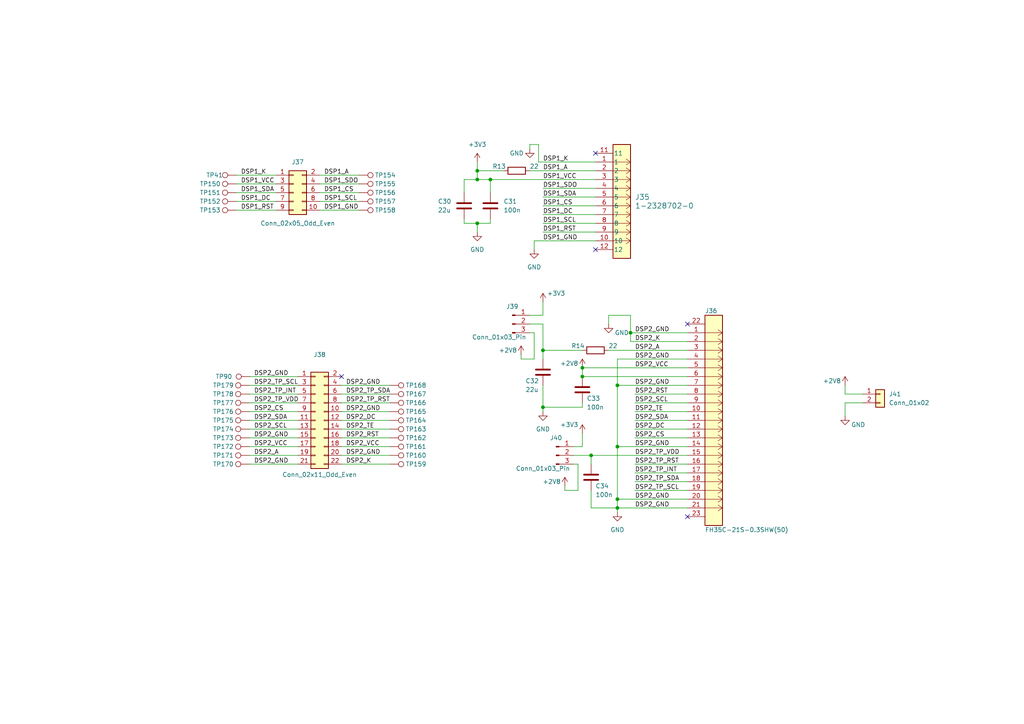
<source format=kicad_sch>
(kicad_sch (version 20231120) (generator "eeschema") (generator_version "8.0")
  (paper "A4")
  (title_block (title "Pantallas") (date "2024-07-18") (rev "Final"))
  (lib_symbols
    (symbol "1-2328702-0:1-2328702-0" (pin_names (offset 0.254))
      (property "Reference" "J" (at 6.35 6.35 0))
      (property "Value" "1-2328702-0" (at 8.89 -29.21 0))
      (symbol "1-2328702-0_0_1"
        (rectangle (start 5.08 5.08) (end 10.16 -27.94) (stroke (width 0.254)) (fill (type background)))
      )
      (symbol "1-2328702-0_1_1"
        (polyline (pts (xy 10.16 -22.86) (xy 5.08 -22.86)) (stroke (width 0.127)))
        (polyline (pts (xy 10.16 -22.86) (xy 8.89 -23.7067)) (stroke (width 0.127)))
        (polyline (pts (xy 10.16 -22.86) (xy 8.89 -22.0133)) (stroke (width 0.127)))
        (polyline (pts (xy 10.16 -20.32) (xy 5.08 -20.32)) (stroke (width 0.127)))
        (polyline (pts (xy 10.16 -20.32) (xy 8.89 -21.1667)) (stroke (width 0.127)))
        (polyline (pts (xy 10.16 -20.32) (xy 8.89 -19.4733)) (stroke (width 0.127)))
        (polyline (pts (xy 10.16 -17.78) (xy 5.08 -17.78)) (stroke (width 0.127)))
        (polyline (pts (xy 10.16 -17.78) (xy 8.89 -18.6267)) (stroke (width 0.127)))
        (polyline (pts (xy 10.16 -17.78) (xy 8.89 -16.9333)) (stroke (width 0.127)))
        (polyline (pts (xy 10.16 -15.24) (xy 5.08 -15.24)) (stroke (width 0.127)))
        (polyline (pts (xy 10.16 -15.24) (xy 8.89 -16.0867)) (stroke (width 0.127)))
        (polyline (pts (xy 10.16 -15.24) (xy 8.89 -14.3933)) (stroke (width 0.127)))
        (polyline (pts (xy 10.16 -12.7) (xy 5.08 -12.7)) (stroke (width 0.127)))
        (polyline (pts (xy 10.16 -12.7) (xy 8.89 -13.5467)) (stroke (width 0.127)))
        (polyline (pts (xy 10.16 -12.7) (xy 8.89 -11.8533)) (stroke (width 0.127)))
        (polyline (pts (xy 10.16 -10.16) (xy 5.08 -10.16)) (stroke (width 0.127)))
        (polyline (pts (xy 10.16 -10.16) (xy 8.89 -11.0067)) (stroke (width 0.127)))
        (polyline (pts (xy 10.16 -10.16) (xy 8.89 -9.3133)) (stroke (width 0.127)))
        (polyline (pts (xy 10.16 -7.62) (xy 5.08 -7.62)) (stroke (width 0.127)))
        (polyline (pts (xy 10.16 -7.62) (xy 8.89 -8.4667)) (stroke (width 0.127)))
        (polyline (pts (xy 10.16 -7.62) (xy 8.89 -6.7733)) (stroke (width 0.127)))
        (polyline (pts (xy 10.16 -5.08) (xy 5.08 -5.08)) (stroke (width 0.127)))
        (polyline (pts (xy 10.16 -5.08) (xy 8.89 -5.9267)) (stroke (width 0.127)))
        (polyline (pts (xy 10.16 -5.08) (xy 8.89 -4.2333)) (stroke (width 0.127)))
        (polyline (pts (xy 10.16 -2.54) (xy 5.08 -2.54)) (stroke (width 0.127)))
        (polyline (pts (xy 10.16 -2.54) (xy 8.89 -3.3867)) (stroke (width 0.127)))
        (polyline (pts (xy 10.16 -2.54) (xy 8.89 -1.6933)) (stroke (width 0.127)))
        (polyline (pts (xy 10.16 0) (xy 5.08 0)) (stroke (width 0.127)))
        (polyline (pts (xy 10.16 0) (xy 8.89 -0.8467)) (stroke (width 0.127)))
        (polyline (pts (xy 10.16 0) (xy 8.89 0.8467)) (stroke (width 0.127)))
        (pin unspecified line (at 0 0 0) (length 5.08) (name "1") (number "1"))
        (pin unspecified line (at 0 -22.86 0) (length 5.08) (name "10") (number "10"))
        (pin unspecified line (at 0 2.54 0) (length 5.08) (name "11") (number "11"))
        (pin unspecified line (at 0 -25.4 0) (length 5.08) (name "12") (number "12"))
        (pin unspecified line (at 0 -2.54 0) (length 5.08) (name "2") (number "2"))
        (pin unspecified line (at 0 -5.08 0) (length 5.08) (name "3") (number "3"))
        (pin unspecified line (at 0 -7.62 0) (length 5.08) (name "4") (number "4"))
        (pin unspecified line (at 0 -10.16 0) (length 5.08) (name "5") (number "5"))
        (pin unspecified line (at 0 -12.7 0) (length 5.08) (name "6") (number "6"))
        (pin unspecified line (at 0 -15.24 0) (length 5.08) (name "7") (number "7"))
        (pin unspecified line (at 0 -17.78 0) (length 5.08) (name "8") (number "8"))
        (pin unspecified line (at 0 -20.32 0) (length 5.08) (name "9") (number "9"))
      )
      (symbol "1-2328702-0_1_2"
        (polyline (pts (xy 5.08 -25.4) (xy 12.7 -25.4)) (stroke (width 0.127)))
        (polyline (pts (xy 5.08 2.54) (xy 5.08 -25.4)) (stroke (width 0.127)))
        (polyline (pts (xy 7.62 -22.86) (xy 5.08 -22.86)) (stroke (width 0.127)))
        (polyline (pts (xy 7.62 -22.86) (xy 8.89 -23.7067)) (stroke (width 0.127)))
        (polyline (pts (xy 7.62 -22.86) (xy 8.89 -22.0133)) (stroke (width 0.127)))
        (polyline (pts (xy 7.62 -20.32) (xy 5.08 -20.32)) (stroke (width 0.127)))
        (polyline (pts (xy 7.62 -20.32) (xy 8.89 -21.1667)) (stroke (width 0.127)))
        (polyline (pts (xy 7.62 -20.32) (xy 8.89 -19.4733)) (stroke (width 0.127)))
        (polyline (pts (xy 7.62 -17.78) (xy 5.08 -17.78)) (stroke (width 0.127)))
        (polyline (pts (xy 7.62 -17.78) (xy 8.89 -18.6267)) (stroke (width 0.127)))
        (polyline (pts (xy 7.62 -17.78) (xy 8.89 -16.9333)) (stroke (width 0.127)))
        (polyline (pts (xy 7.62 -15.24) (xy 5.08 -15.24)) (stroke (width 0.127)))
        (polyline (pts (xy 7.62 -15.24) (xy 8.89 -16.0867)) (stroke (width 0.127)))
        (polyline (pts (xy 7.62 -15.24) (xy 8.89 -14.3933)) (stroke (width 0.127)))
        (polyline (pts (xy 7.62 -12.7) (xy 5.08 -12.7)) (stroke (width 0.127)))
        (polyline (pts (xy 7.62 -12.7) (xy 8.89 -13.5467)) (stroke (width 0.127)))
        (polyline (pts (xy 7.62 -12.7) (xy 8.89 -11.8533)) (stroke (width 0.127)))
        (polyline (pts (xy 7.62 -10.16) (xy 5.08 -10.16)) (stroke (width 0.127)))
        (polyline (pts (xy 7.62 -10.16) (xy 8.89 -11.0067)) (stroke (width 0.127)))
        (polyline (pts (xy 7.62 -10.16) (xy 8.89 -9.3133)) (stroke (width 0.127)))
        (polyline (pts (xy 7.62 -7.62) (xy 5.08 -7.62)) (stroke (width 0.127)))
        (polyline (pts (xy 7.62 -7.62) (xy 8.89 -8.4667)) (stroke (width 0.127)))
        (polyline (pts (xy 7.62 -7.62) (xy 8.89 -6.7733)) (stroke (width 0.127)))
        (polyline (pts (xy 7.62 -5.08) (xy 5.08 -5.08)) (stroke (width 0.127)))
        (polyline (pts (xy 7.62 -5.08) (xy 8.89 -5.9267)) (stroke (width 0.127)))
        (polyline (pts (xy 7.62 -5.08) (xy 8.89 -4.2333)) (stroke (width 0.127)))
        (polyline (pts (xy 7.62 -2.54) (xy 5.08 -2.54)) (stroke (width 0.127)))
        (polyline (pts (xy 7.62 -2.54) (xy 8.89 -3.3867)) (stroke (width 0.127)))
        (polyline (pts (xy 7.62 -2.54) (xy 8.89 -1.6933)) (stroke (width 0.127)))
        (polyline (pts (xy 7.62 0) (xy 5.08 0)) (stroke (width 0.127)))
        (polyline (pts (xy 7.62 0) (xy 8.89 -0.8467)) (stroke (width 0.127)))
        (polyline (pts (xy 7.62 0) (xy 8.89 0.8467)) (stroke (width 0.127)))
        (polyline (pts (xy 12.7 -25.4) (xy 12.7 2.54)) (stroke (width 0.127)))
        (polyline (pts (xy 12.7 2.54) (xy 5.08 2.54)) (stroke (width 0.127)))
        (pin unspecified line (at 0 0 0) (length 5.08) (name "1") (number "1"))
        (pin unspecified line (at 0 -22.86 0) (length 5.08) (name "10") (number "10"))
        (pin unspecified line (at 0 -2.54 0) (length 5.08) (name "2") (number "2"))
        (pin unspecified line (at 0 -5.08 0) (length 5.08) (name "3") (number "3"))
        (pin unspecified line (at 0 -7.62 0) (length 5.08) (name "4") (number "4"))
        (pin unspecified line (at 0 -10.16 0) (length 5.08) (name "5") (number "5"))
        (pin unspecified line (at 0 -12.7 0) (length 5.08) (name "6") (number "6"))
        (pin unspecified line (at 0 -15.24 0) (length 5.08) (name "7") (number "7"))
        (pin unspecified line (at 0 -17.78 0) (length 5.08) (name "8") (number "8"))
        (pin unspecified line (at 0 -20.32 0) (length 5.08) (name "9") (number "9"))
      )
    )
    (symbol "Connector:Conn_01x03_Pin" (pin_names (offset 1.016) hide)
      (property "Reference" "J" (at 0 5.08 0))
      (property "Value" "Conn_01x03_Pin" (at 0 -5.08 0))
      (symbol "Conn_01x03_Pin_1_1"
        (polyline (pts (xy 1.27 -2.54) (xy 0.8636 -2.54)) (stroke (width 0.1524)))
        (polyline (pts (xy 1.27 0) (xy 0.8636 0)) (stroke (width 0.1524)))
        (polyline (pts (xy 1.27 2.54) (xy 0.8636 2.54)) (stroke (width 0.1524)))
        (rectangle (start 0.8636 -2.413) (end 0 -2.667) (stroke (width 0.1524)) (fill (type outline)))
        (rectangle (start 0.8636 0.127) (end 0 -0.127) (stroke (width 0.1524)) (fill (type outline)))
        (rectangle (start 0.8636 2.667) (end 0 2.413) (stroke (width 0.1524)) (fill (type outline)))
        (pin passive line (at 5.08 2.54 180) (length 3.81) (name "Pin_1") (number "1"))
        (pin passive line (at 5.08 0 180) (length 3.81) (name "Pin_2") (number "2"))
        (pin passive line (at 5.08 -2.54 180) (length 3.81) (name "Pin_3") (number "3"))
      )
    )
    (symbol "Connector:TestPoint" (pin_numbers hide) (pin_names (offset 0.762) hide)
      (property "Reference" "TP" (at 0 6.858 0))
      (property "Value" "TestPoint" (at 0 5.08 0))
      (symbol "TestPoint_0_1"
        (circle (center 0 3.302) (radius 0.762))
      )
      (symbol "TestPoint_1_1"
        (pin passive line (at 0 0 90) (length 2.54) (name "1") (number "1"))
      )
    )
    (symbol "Connector_Generic:Conn_01x02" (pin_names (offset 1.016) hide)
      (property "Reference" "J" (at 0 2.54 0))
      (property "Value" "Conn_01x02" (at 0 -5.08 0))
      (symbol "Conn_01x02_1_1"
        (rectangle (start -1.27 -2.413) (end 0 -2.667) (stroke (width 0.1524)))
        (rectangle (start -1.27 0.127) (end 0 -0.127) (stroke (width 0.1524)))
        (rectangle (start -1.27 1.27) (end 1.27 -3.81) (stroke (width 0.254)) (fill (type background)))
        (pin passive line (at -5.08 0 0) (length 3.81) (name "Pin_1") (number "1"))
        (pin passive line (at -5.08 -2.54 0) (length 3.81) (name "Pin_2") (number "2"))
      )
    )
    (symbol "Connector_Generic:Conn_02x05_Odd_Even" (pin_names (offset 1.016) hide)
      (property "Reference" "J" (at 1.27 7.62 0))
      (property "Value" "Conn_02x05_Odd_Even" (at 1.27 -7.62 0))
      (symbol "Conn_02x05_Odd_Even_1_1"
        (rectangle (start -1.27 -4.953) (end 0 -5.207) (stroke (width 0.1524)))
        (rectangle (start -1.27 -2.413) (end 0 -2.667) (stroke (width 0.1524)))
        (rectangle (start -1.27 0.127) (end 0 -0.127) (stroke (width 0.1524)))
        (rectangle (start -1.27 2.667) (end 0 2.413) (stroke (width 0.1524)))
        (rectangle (start -1.27 5.207) (end 0 4.953) (stroke (width 0.1524)))
        (rectangle (start -1.27 6.35) (end 3.81 -6.35) (stroke (width 0.254)) (fill (type background)))
        (rectangle (start 3.81 -4.953) (end 2.54 -5.207) (stroke (width 0.1524)))
        (rectangle (start 3.81 -2.413) (end 2.54 -2.667) (stroke (width 0.1524)))
        (rectangle (start 3.81 0.127) (end 2.54 -0.127) (stroke (width 0.1524)))
        (rectangle (start 3.81 2.667) (end 2.54 2.413) (stroke (width 0.1524)))
        (rectangle (start 3.81 5.207) (end 2.54 4.953) (stroke (width 0.1524)))
        (pin passive line (at -5.08 5.08 0) (length 3.81) (name "Pin_1") (number "1"))
        (pin passive line (at 7.62 -5.08 180) (length 3.81) (name "Pin_10") (number "10"))
        (pin passive line (at 7.62 5.08 180) (length 3.81) (name "Pin_2") (number "2"))
        (pin passive line (at -5.08 2.54 0) (length 3.81) (name "Pin_3") (number "3"))
        (pin passive line (at 7.62 2.54 180) (length 3.81) (name "Pin_4") (number "4"))
        (pin passive line (at -5.08 0 0) (length 3.81) (name "Pin_5") (number "5"))
        (pin passive line (at 7.62 0 180) (length 3.81) (name "Pin_6") (number "6"))
        (pin passive line (at -5.08 -2.54 0) (length 3.81) (name "Pin_7") (number "7"))
        (pin passive line (at 7.62 -2.54 180) (length 3.81) (name "Pin_8") (number "8"))
        (pin passive line (at -5.08 -5.08 0) (length 3.81) (name "Pin_9") (number "9"))
      )
    )
    (symbol "Connector_Generic:Conn_02x11_Odd_Even" (pin_names (offset 1.016) hide)
      (property "Reference" "J" (at 1.27 15.24 0))
      (property "Value" "Conn_02x11_Odd_Even" (at 1.27 -15.24 0))
      (symbol "Conn_02x11_Odd_Even_1_1"
        (rectangle (start -1.27 -12.573) (end 0 -12.827) (stroke (width 0.1524)))
        (rectangle (start -1.27 -10.033) (end 0 -10.287) (stroke (width 0.1524)))
        (rectangle (start -1.27 -7.493) (end 0 -7.747) (stroke (width 0.1524)))
        (rectangle (start -1.27 -4.953) (end 0 -5.207) (stroke (width 0.1524)))
        (rectangle (start -1.27 -2.413) (end 0 -2.667) (stroke (width 0.1524)))
        (rectangle (start -1.27 0.127) (end 0 -0.127) (stroke (width 0.1524)))
        (rectangle (start -1.27 2.667) (end 0 2.413) (stroke (width 0.1524)))
        (rectangle (start -1.27 5.207) (end 0 4.953) (stroke (width 0.1524)))
        (rectangle (start -1.27 7.747) (end 0 7.493) (stroke (width 0.1524)))
        (rectangle (start -1.27 10.287) (end 0 10.033) (stroke (width 0.1524)))
        (rectangle (start -1.27 12.827) (end 0 12.573) (stroke (width 0.1524)))
        (rectangle (start -1.27 13.97) (end 3.81 -13.97) (stroke (width 0.254)) (fill (type background)))
        (rectangle (start 3.81 -12.573) (end 2.54 -12.827) (stroke (width 0.1524)))
        (rectangle (start 3.81 -10.033) (end 2.54 -10.287) (stroke (width 0.1524)))
        (rectangle (start 3.81 -7.493) (end 2.54 -7.747) (stroke (width 0.1524)))
        (rectangle (start 3.81 -4.953) (end 2.54 -5.207) (stroke (width 0.1524)))
        (rectangle (start 3.81 -2.413) (end 2.54 -2.667) (stroke (width 0.1524)))
        (rectangle (start 3.81 0.127) (end 2.54 -0.127) (stroke (width 0.1524)))
        (rectangle (start 3.81 2.667) (end 2.54 2.413) (stroke (width 0.1524)))
        (rectangle (start 3.81 5.207) (end 2.54 4.953) (stroke (width 0.1524)))
        (rectangle (start 3.81 7.747) (end 2.54 7.493) (stroke (width 0.1524)))
        (rectangle (start 3.81 10.287) (end 2.54 10.033) (stroke (width 0.1524)))
        (rectangle (start 3.81 12.827) (end 2.54 12.573) (stroke (width 0.1524)))
        (pin passive line (at -5.08 12.7 0) (length 3.81) (name "Pin_1") (number "1"))
        (pin passive line (at 7.62 2.54 180) (length 3.81) (name "Pin_10") (number "10"))
        (pin passive line (at -5.08 0 0) (length 3.81) (name "Pin_11") (number "11"))
        (pin passive line (at 7.62 0 180) (length 3.81) (name "Pin_12") (number "12"))
        (pin passive line (at -5.08 -2.54 0) (length 3.81) (name "Pin_13") (number "13"))
        (pin passive line (at 7.62 -2.54 180) (length 3.81) (name "Pin_14") (number "14"))
        (pin passive line (at -5.08 -5.08 0) (length 3.81) (name "Pin_15") (number "15"))
        (pin passive line (at 7.62 -5.08 180) (length 3.81) (name "Pin_16") (number "16"))
        (pin passive line (at -5.08 -7.62 0) (length 3.81) (name "Pin_17") (number "17"))
        (pin passive line (at 7.62 -7.62 180) (length 3.81) (name "Pin_18") (number "18"))
        (pin passive line (at -5.08 -10.16 0) (length 3.81) (name "Pin_19") (number "19"))
        (pin passive line (at 7.62 12.7 180) (length 3.81) (name "Pin_2") (number "2"))
        (pin passive line (at 7.62 -10.16 180) (length 3.81) (name "Pin_20") (number "20"))
        (pin passive line (at -5.08 -12.7 0) (length 3.81) (name "Pin_21") (number "21"))
        (pin passive line (at 7.62 -12.7 180) (length 3.81) (name "Pin_22") (number "22"))
        (pin passive line (at -5.08 10.16 0) (length 3.81) (name "Pin_3") (number "3"))
        (pin passive line (at 7.62 10.16 180) (length 3.81) (name "Pin_4") (number "4"))
        (pin passive line (at -5.08 7.62 0) (length 3.81) (name "Pin_5") (number "5"))
        (pin passive line (at 7.62 7.62 180) (length 3.81) (name "Pin_6") (number "6"))
        (pin passive line (at -5.08 5.08 0) (length 3.81) (name "Pin_7") (number "7"))
        (pin passive line (at 7.62 5.08 180) (length 3.81) (name "Pin_8") (number "8"))
        (pin passive line (at -5.08 2.54 0) (length 3.81) (name "Pin_9") (number "9"))
      )
    )
    (symbol "Device:C" (pin_numbers hide) (pin_names (offset 0.254))
      (property "Reference" "C" (at 0.635 2.54 0))
      (property "Value" "C" (at 0.635 -2.54 0))
      (symbol "C_0_1"
        (polyline (pts (xy -2.032 -0.762) (xy 2.032 -0.762)) (stroke (width 0.508)))
        (polyline (pts (xy -2.032 0.762) (xy 2.032 0.762)) (stroke (width 0.508)))
      )
      (symbol "C_1_1"
        (pin passive line (at 0 3.81 270) (length 2.794) (name "~") (number "1"))
        (pin passive line (at 0 -3.81 90) (length 2.794) (name "~") (number "2"))
      )
    )
    (symbol "Device:R" (pin_numbers hide) (pin_names (offset 0))
      (property "Reference" "R" (at 2.032 0 90))
      (property "Value" "R" (at 0 0 90))
      (symbol "R_0_1"
        (rectangle (start -1.016 -2.54) (end 1.016 2.54) (stroke (width 0.254)))
      )
      (symbol "R_1_1"
        (pin passive line (at 0 3.81 270) (length 1.27) (name "~") (number "1"))
        (pin passive line (at 0 -3.81 90) (length 1.27) (name "~") (number "2"))
      )
    )
    (symbol "TFG:FH35C-21S-0.3SHW"
      (property "Reference" "J" (at 0 1.27 0))
      (property "Value" "FH35C-21S-0.3SHW(50)" (at 0 -62.23 0))
      (symbol "FH35C-21S-0.3SHW_0_1"
        (rectangle (start 0 0) (end 5.08 -60.96) (stroke (width 0.254)) (fill (type background)))
      )
      (symbol "FH35C-21S-0.3SHW_1_1"
        (polyline (pts (xy 5.08 -55.88) (xy 0 -55.88)) (stroke (width 0.127)))
        (polyline (pts (xy 5.08 -55.88) (xy 3.81 -56.7267)) (stroke (width 0.127)))
        (polyline (pts (xy 5.08 -55.88) (xy 3.81 -55.0333)) (stroke (width 0.127)))
        (polyline (pts (xy 5.08 -53.34) (xy 0 -53.34)) (stroke (width 0.127)))
        (polyline (pts (xy 5.08 -53.34) (xy 3.81 -54.1867)) (stroke (width 0.127)))
        (polyline (pts (xy 5.08 -53.34) (xy 3.81 -52.4933)) (stroke (width 0.127)))
        (polyline (pts (xy 5.08 -50.8) (xy 0 -50.8)) (stroke (width 0.127)))
        (polyline (pts (xy 5.08 -50.8) (xy 3.81 -51.6467)) (stroke (width 0.127)))
        (polyline (pts (xy 5.08 -50.8) (xy 3.81 -49.9533)) (stroke (width 0.127)))
        (polyline (pts (xy 5.08 -48.26) (xy 0 -48.26)) (stroke (width 0.127)))
        (polyline (pts (xy 5.08 -48.26) (xy 3.81 -49.1067)) (stroke (width 0.127)))
        (polyline (pts (xy 5.08 -48.26) (xy 3.81 -47.4133)) (stroke (width 0.127)))
        (polyline (pts (xy 5.08 -45.72) (xy 0 -45.72)) (stroke (width 0.127)))
        (polyline (pts (xy 5.08 -45.72) (xy 3.81 -46.5667)) (stroke (width 0.127)))
        (polyline (pts (xy 5.08 -45.72) (xy 3.81 -44.8733)) (stroke (width 0.127)))
        (polyline (pts (xy 5.08 -43.18) (xy 0 -43.18)) (stroke (width 0.127)))
        (polyline (pts (xy 5.08 -43.18) (xy 3.81 -44.0267)) (stroke (width 0.127)))
        (polyline (pts (xy 5.08 -43.18) (xy 3.81 -42.3333)) (stroke (width 0.127)))
        (polyline (pts (xy 5.08 -40.64) (xy 0 -40.64)) (stroke (width 0.127)))
        (polyline (pts (xy 5.08 -40.64) (xy 3.81 -41.4867)) (stroke (width 0.127)))
        (polyline (pts (xy 5.08 -40.64) (xy 3.81 -39.7933)) (stroke (width 0.127)))
        (polyline (pts (xy 5.08 -38.1) (xy 0 -38.1)) (stroke (width 0.127)))
        (polyline (pts (xy 5.08 -38.1) (xy 3.81 -38.9467)) (stroke (width 0.127)))
        (polyline (pts (xy 5.08 -38.1) (xy 3.81 -37.2533)) (stroke (width 0.127)))
        (polyline (pts (xy 5.08 -35.56) (xy 0 -35.56)) (stroke (width 0.127)))
        (polyline (pts (xy 5.08 -35.56) (xy 3.81 -36.4067)) (stroke (width 0.127)))
        (polyline (pts (xy 5.08 -35.56) (xy 3.81 -34.7133)) (stroke (width 0.127)))
        (polyline (pts (xy 5.08 -33.02) (xy 0 -33.02)) (stroke (width 0.127)))
        (polyline (pts (xy 5.08 -33.02) (xy 3.81 -33.8667)) (stroke (width 0.127)))
        (polyline (pts (xy 5.08 -33.02) (xy 3.81 -32.1733)) (stroke (width 0.127)))
        (polyline (pts (xy 5.08 -30.48) (xy 0 -30.48)) (stroke (width 0.127)))
        (polyline (pts (xy 5.08 -30.48) (xy 3.81 -31.3267)) (stroke (width 0.127)))
        (polyline (pts (xy 5.08 -30.48) (xy 3.81 -29.6333)) (stroke (width 0.127)))
        (polyline (pts (xy 5.08 -27.94) (xy 0 -27.94)) (stroke (width 0.127)))
        (polyline (pts (xy 5.08 -27.94) (xy 3.81 -28.7867)) (stroke (width 0.127)))
        (polyline (pts (xy 5.08 -27.94) (xy 3.81 -27.0933)) (stroke (width 0.127)))
        (polyline (pts (xy 5.08 -25.4) (xy 0 -25.4)) (stroke (width 0.127)))
        (polyline (pts (xy 5.08 -25.4) (xy 3.81 -26.2467)) (stroke (width 0.127)))
        (polyline (pts (xy 5.08 -25.4) (xy 3.81 -24.5533)) (stroke (width 0.127)))
        (polyline (pts (xy 5.08 -22.86) (xy 0 -22.86)) (stroke (width 0.127)))
        (polyline (pts (xy 5.08 -22.86) (xy 3.81 -23.7067)) (stroke (width 0.127)))
        (polyline (pts (xy 5.08 -22.86) (xy 3.81 -22.0133)) (stroke (width 0.127)))
        (polyline (pts (xy 5.08 -20.32) (xy 0 -20.32)) (stroke (width 0.127)))
        (polyline (pts (xy 5.08 -20.32) (xy 3.81 -21.1667)) (stroke (width 0.127)))
        (polyline (pts (xy 5.08 -20.32) (xy 3.81 -19.4733)) (stroke (width 0.127)))
        (polyline (pts (xy 5.08 -17.78) (xy 0 -17.78)) (stroke (width 0.127)))
        (polyline (pts (xy 5.08 -17.78) (xy 3.81 -18.6267)) (stroke (width 0.127)))
        (polyline (pts (xy 5.08 -17.78) (xy 3.81 -16.9333)) (stroke (width 0.127)))
        (polyline (pts (xy 5.08 -15.24) (xy 0 -15.24)) (stroke (width 0.127)))
        (polyline (pts (xy 5.08 -15.24) (xy 3.81 -16.0867)) (stroke (width 0.127)))
        (polyline (pts (xy 5.08 -15.24) (xy 3.81 -14.3933)) (stroke (width 0.127)))
        (polyline (pts (xy 5.08 -12.7) (xy 0 -12.7)) (stroke (width 0.127)))
        (polyline (pts (xy 5.08 -12.7) (xy 3.81 -13.5467)) (stroke (width 0.127)))
        (polyline (pts (xy 5.08 -12.7) (xy 3.81 -11.8533)) (stroke (width 0.127)))
        (polyline (pts (xy 5.08 -10.16) (xy 0 -10.16)) (stroke (width 0.127)))
        (polyline (pts (xy 5.08 -10.16) (xy 3.81 -11.0067)) (stroke (width 0.127)))
        (polyline (pts (xy 5.08 -10.16) (xy 3.81 -9.3133)) (stroke (width 0.127)))
        (polyline (pts (xy 5.08 -7.62) (xy 0 -7.62)) (stroke (width 0.127)))
        (polyline (pts (xy 5.08 -7.62) (xy 3.81 -8.4667)) (stroke (width 0.127)))
        (polyline (pts (xy 5.08 -7.62) (xy 3.81 -6.7733)) (stroke (width 0.127)))
        (polyline (pts (xy 5.08 -5.08) (xy 0 -5.08)) (stroke (width 0.127)))
        (polyline (pts (xy 5.08 -5.08) (xy 3.81 -5.9267)) (stroke (width 0.127)))
        (polyline (pts (xy 5.08 -5.08) (xy 3.81 -4.2333)) (stroke (width 0.127)))
        (pin unspecified line (at -5.08 -5.08 0) (length 5.08) (name "") (number "1"))
        (pin unspecified line (at -5.08 -27.94 0) (length 5.08) (name "") (number "10"))
        (pin unspecified line (at -5.08 -30.48 0) (length 5.08) (name "") (number "11"))
        (pin unspecified line (at -5.08 -33.02 0) (length 5.08) (name "") (number "12"))
        (pin unspecified line (at -5.08 -35.56 0) (length 5.08) (name "") (number "13"))
        (pin unspecified line (at -5.08 -38.1 0) (length 5.08) (name "") (number "14"))
        (pin unspecified line (at -5.08 -40.64 0) (length 5.08) (name "") (number "15"))
        (pin unspecified line (at -5.08 -43.18 0) (length 5.08) (name "") (number "16"))
        (pin unspecified line (at -5.08 -45.72 0) (length 5.08) (name "") (number "17"))
        (pin unspecified line (at -5.08 -48.26 0) (length 5.08) (name "") (number "18"))
        (pin unspecified line (at -5.08 -50.8 0) (length 5.08) (name "") (number "19"))
        (pin unspecified line (at -5.08 -7.62 0) (length 5.08) (name "") (number "2"))
        (pin unspecified line (at -5.08 -53.34 0) (length 5.08) (name "") (number "20"))
        (pin unspecified line (at -5.08 -55.88 0) (length 5.08) (name "") (number "21"))
        (pin unspecified line (at -5.08 -2.54 0) (length 5.08) (name "") (number "22"))
        (pin unspecified line (at -5.08 -58.42 0) (length 5.08) (name "") (number "23"))
        (pin unspecified line (at -5.08 -10.16 0) (length 5.08) (name "") (number "3"))
        (pin unspecified line (at -5.08 -12.7 0) (length 5.08) (name "") (number "4"))
        (pin unspecified line (at -5.08 -15.24 0) (length 5.08) (name "") (number "5"))
        (pin unspecified line (at -5.08 -17.78 0) (length 5.08) (name "") (number "6"))
        (pin unspecified line (at -5.08 -20.32 0) (length 5.08) (name "") (number "7"))
        (pin unspecified line (at -5.08 -22.86 0) (length 5.08) (name "") (number "8"))
        (pin unspecified line (at -5.08 -25.4 0) (length 5.08) (name "") (number "9"))
      )
    )
    (symbol "power:+2V8" (power) (pin_names (offset 0))
      (property "Value" "+2V8" (at 0 3.556 0))
      (symbol "+2V8_0_1"
        (polyline (pts (xy -0.762 1.27) (xy 0 2.54)))
        (polyline (pts (xy 0 0) (xy 0 2.54)))
        (polyline (pts (xy 0 2.54) (xy 0.762 1.27)))
      )
      (symbol "+2V8_1_1"
        (pin power_in line (at 0 0 90) (length 0) hide (name "+2V8") (number "1"))
      )
    )
    (symbol "power:+3V3" (power) (pin_names (offset 0))
      (property "Value" "+3V3" (at 0 3.556 0))
      (symbol "+3V3_0_1"
        (polyline (pts (xy -0.762 1.27) (xy 0 2.54)))
        (polyline (pts (xy 0 0) (xy 0 2.54)))
        (polyline (pts (xy 0 2.54) (xy 0.762 1.27)))
      )
      (symbol "+3V3_1_1"
        (pin power_in line (at 0 0 90) (length 0) hide (name "+3V3") (number "1"))
      )
    )
    (symbol "power:GND" (power) (pin_names (offset 0))
      (property "Value" "GND" (at 0 -3.81 0))
      (symbol "GND_0_1"
        (polyline (pts (xy 0 0) (xy 0 -1.27) (xy 1.27 -1.27) (xy 0 -2.54) (xy -1.27 -1.27) (xy 0 -1.27)))
      )
      (symbol "GND_1_1"
        (pin power_in line (at 0 0 270) (length 0) hide (name "GND") (number "1"))
      )
    )
  )
  (junction (at 168.91 109.22))
  (junction (at 179.07 144.78))
  (junction (at 138.43 52.07))
  (junction (at 142.24 52.07))
  (junction (at 179.07 111.76))
  (junction (at 179.07 129.54))
  (junction (at 171.45 132.08))
  (junction (at 168.91 106.68))
  (junction (at 157.48 101.6))
  (junction (at 182.88 96.52))
  (junction (at 179.07 147.32))
  (junction (at 157.48 118.11))
  (junction (at 138.43 64.77))
  (junction (at 138.43 49.53))
  (no_connect (at 99.06 109.22))
  (no_connect (at 172.72 44.45))
  (no_connect (at 199.39 149.86))
  (no_connect (at 199.39 93.98))
  (no_connect (at 172.72 72.39))
  (wire (pts (xy 157.48 104.14) (xy 157.48 101.6)))
  (wire (pts (xy 176.53 101.6) (xy 199.39 101.6)))
  (wire (pts (xy 142.24 64.77) (xy 142.24 63.5)))
  (wire (pts (xy 166.37 129.54) (xy 168.91 129.54)))
  (wire (pts (xy 157.48 101.6) (xy 168.91 101.6)))
  (wire (pts (xy 184.15 121.92) (xy 199.39 121.92)))
  (wire (pts (xy 134.62 64.77) (xy 138.43 64.77)))
  (wire (pts (xy 113.03 127) (xy 99.06 127)))
  (wire (pts (xy 138.43 46.99) (xy 138.43 49.53)))
  (wire (pts (xy 184.15 142.24) (xy 199.39 142.24)))
  (wire (pts (xy 134.62 63.5) (xy 134.62 64.77)))
  (wire (pts (xy 245.11 114.3) (xy 250.19 114.3)))
  (wire (pts (xy 113.03 116.84) (xy 99.06 116.84)))
  (wire (pts (xy 156.21 46.99) (xy 156.21 41.91)))
  (wire (pts (xy 154.94 69.85) (xy 154.94 72.39)))
  (wire (pts (xy 151.13 104.14) (xy 154.94 104.14)))
  (wire (pts (xy 179.07 147.32) (xy 199.39 147.32)))
  (wire (pts (xy 92.71 60.96) (xy 104.14 60.96)))
  (wire (pts (xy 179.07 144.78) (xy 179.07 147.32)))
  (wire (pts (xy 156.21 41.91) (xy 153.67 41.91)))
  (wire (pts (xy 72.39 129.54) (xy 86.36 129.54)))
  (wire (pts (xy 166.37 134.62) (xy 167.64 134.62)))
  (wire (pts (xy 154.94 69.85) (xy 172.72 69.85)))
  (wire (pts (xy 176.53 93.98) (xy 176.53 91.44)))
  (wire (pts (xy 157.48 57.15) (xy 172.72 57.15)))
  (wire (pts (xy 157.48 111.76) (xy 157.48 118.11)))
  (wire (pts (xy 163.83 140.97) (xy 163.83 142.24)))
  (wire (pts (xy 72.39 124.46) (xy 86.36 124.46)))
  (wire (pts (xy 157.48 54.61) (xy 172.72 54.61)))
  (wire (pts (xy 171.45 147.32) (xy 179.07 147.32)))
  (wire (pts (xy 167.64 142.24) (xy 167.64 134.62)))
  (wire (pts (xy 168.91 129.54) (xy 168.91 125.73)))
  (wire (pts (xy 151.13 102.87) (xy 151.13 104.14)))
  (wire (pts (xy 113.03 129.54) (xy 99.06 129.54)))
  (wire (pts (xy 113.03 124.46) (xy 99.06 124.46)))
  (wire (pts (xy 182.88 96.52) (xy 199.39 96.52)))
  (wire (pts (xy 179.07 104.14) (xy 179.07 111.76)))
  (wire (pts (xy 92.71 58.42) (xy 104.14 58.42)))
  (wire (pts (xy 171.45 142.24) (xy 171.45 147.32)))
  (wire (pts (xy 153.67 49.53) (xy 172.72 49.53)))
  (wire (pts (xy 168.91 106.68) (xy 199.39 106.68)))
  (wire (pts (xy 72.5482 109.22) (xy 86.36 109.22)))
  (wire (pts (xy 72.39 132.08) (xy 86.36 132.08)))
  (wire (pts (xy 168.91 109.22) (xy 199.39 109.22)))
  (wire (pts (xy 153.67 41.91) (xy 153.67 43.18)))
  (wire (pts (xy 182.88 99.06) (xy 199.39 99.06)))
  (wire (pts (xy 184.15 124.46) (xy 199.39 124.46)))
  (wire (pts (xy 92.71 55.88) (xy 104.14 55.88)))
  (wire (pts (xy 72.39 134.62) (xy 86.36 134.62)))
  (wire (pts (xy 113.03 134.62) (xy 99.06 134.62)))
  (wire (pts (xy 68.58 55.88) (xy 80.01 55.88)))
  (wire (pts (xy 179.07 111.76) (xy 199.39 111.76)))
  (wire (pts (xy 184.15 139.7) (xy 199.39 139.7)))
  (wire (pts (xy 134.62 52.07) (xy 138.43 52.07)))
  (wire (pts (xy 138.43 52.07) (xy 142.24 52.07)))
  (wire (pts (xy 142.24 52.07) (xy 172.72 52.07)))
  (wire (pts (xy 157.48 62.23) (xy 172.72 62.23)))
  (wire (pts (xy 138.43 64.77) (xy 142.24 64.77)))
  (wire (pts (xy 184.15 134.62) (xy 199.39 134.62)))
  (wire (pts (xy 68.58 50.8) (xy 80.01 50.8)))
  (wire (pts (xy 153.67 93.98) (xy 157.48 93.98)))
  (wire (pts (xy 72.39 111.76) (xy 86.36 111.76)))
  (wire (pts (xy 113.03 114.3) (xy 99.06 114.3)))
  (wire (pts (xy 72.39 127) (xy 86.36 127)))
  (wire (pts (xy 153.67 91.44) (xy 157.48 91.44)))
  (wire (pts (xy 113.03 132.08) (xy 99.06 132.08)))
  (wire (pts (xy 245.11 111.76) (xy 245.11 114.3)))
  (wire (pts (xy 72.39 116.84) (xy 86.36 116.84)))
  (wire (pts (xy 138.43 49.53) (xy 146.05 49.53)))
  (wire (pts (xy 157.48 59.69) (xy 172.72 59.69)))
  (wire (pts (xy 182.88 91.44) (xy 182.88 96.52)))
  (wire (pts (xy 157.48 91.44) (xy 157.48 87.63)))
  (wire (pts (xy 154.94 96.52) (xy 153.67 96.52)))
  (wire (pts (xy 72.39 114.3) (xy 86.36 114.3)))
  (wire (pts (xy 245.11 120.65) (xy 245.11 116.84)))
  (wire (pts (xy 157.48 118.11) (xy 157.48 119.38)))
  (wire (pts (xy 184.15 119.38) (xy 199.39 119.38)))
  (wire (pts (xy 72.39 119.38) (xy 86.36 119.38)))
  (wire (pts (xy 113.03 111.76) (xy 99.06 111.76)))
  (wire (pts (xy 184.15 116.84) (xy 199.39 116.84)))
  (wire (pts (xy 92.71 50.8) (xy 104.14 50.8)))
  (wire (pts (xy 179.07 111.76) (xy 179.07 129.54)))
  (wire (pts (xy 113.03 119.38) (xy 99.06 119.38)))
  (wire (pts (xy 138.43 49.53) (xy 138.43 52.07)))
  (wire (pts (xy 176.53 91.44) (xy 182.88 91.44)))
  (wire (pts (xy 154.94 104.14) (xy 154.94 96.52)))
  (wire (pts (xy 179.07 147.32) (xy 179.07 148.59)))
  (wire (pts (xy 179.07 144.78) (xy 199.39 144.78)))
  (wire (pts (xy 184.15 137.16) (xy 199.39 137.16)))
  (wire (pts (xy 134.62 52.07) (xy 134.62 55.88)))
  (wire (pts (xy 72.39 121.92) (xy 86.36 121.92)))
  (wire (pts (xy 157.48 93.98) (xy 157.48 101.6)))
  (wire (pts (xy 92.71 53.34) (xy 104.14 53.34)))
  (wire (pts (xy 113.03 121.92) (xy 99.06 121.92)))
  (wire (pts (xy 184.15 114.3) (xy 199.39 114.3)))
  (wire (pts (xy 68.58 53.34) (xy 80.01 53.34)))
  (wire (pts (xy 138.43 64.77) (xy 138.43 67.31)))
  (wire (pts (xy 68.58 60.96) (xy 80.01 60.96)))
  (wire (pts (xy 157.48 64.77) (xy 172.72 64.77)))
  (wire (pts (xy 179.07 104.14) (xy 199.39 104.14)))
  (wire (pts (xy 168.91 118.11) (xy 168.91 116.84)))
  (wire (pts (xy 245.11 116.84) (xy 250.19 116.84)))
  (wire (pts (xy 156.21 46.99) (xy 172.72 46.99)))
  (wire (pts (xy 171.45 132.08) (xy 199.39 132.08)))
  (wire (pts (xy 184.15 127) (xy 199.39 127)))
  (wire (pts (xy 179.07 129.54) (xy 179.07 144.78)))
  (wire (pts (xy 182.88 96.52) (xy 182.88 99.06)))
  (wire (pts (xy 166.37 132.08) (xy 171.45 132.08)))
  (wire (pts (xy 142.24 52.07) (xy 142.24 55.88)))
  (wire (pts (xy 163.83 142.24) (xy 167.64 142.24)))
  (wire (pts (xy 157.48 118.11) (xy 168.91 118.11)))
  (wire (pts (xy 157.48 67.31) (xy 172.72 67.31)))
  (wire (pts (xy 179.07 129.54) (xy 199.39 129.54)))
  (wire (pts (xy 168.91 109.22) (xy 168.91 106.68)))
  (wire (pts (xy 171.45 132.08) (xy 171.45 134.62)))
  (wire (pts (xy 68.58 58.42) (xy 80.01 58.42)))
  (label "DSP2_GND" (at 73.66 127 0))
  (label "DSP1_SDO" (at 93.98 53.34 0))
  (label "DSP2_TE" (at 184.15 119.38 0))
  (label "DSP2_RST" (at 184.15 114.3 0))
  (label "DSP1_A" (at 93.98 50.8 0))
  (label "DSP1_SDA" (at 69.85 55.88 0))
  (label "DSP1_VCC" (at 157.48 52.07 0))
  (label "DSP2_TP_SCL" (at 184.15 142.24 0))
  (label "DSP2_K" (at 184.15 99.06 0))
  (label "DSP2_CS" (at 73.66 119.38 0))
  (label "DSP2_GND" (at 184.15 147.32 0))
  (label "DSP1_SCL" (at 157.48 64.77 0))
  (label "DSP2_SCL" (at 184.15 116.84 0))
  (label "DSP2_GND" (at 73.66 134.62 0))
  (label "DSP2_SDA" (at 73.66 121.92 0))
  (label "DSP1_DC" (at 69.85 58.42 0))
  (label "DSP1_K" (at 69.85 50.8 0))
  (label "DSP2_DC" (at 184.15 124.46 0))
  (label "DSP2_GND" (at 184.15 144.78 0))
  (label "DSP1_GND" (at 157.48 69.85 0))
  (label "DSP2_GND" (at 184.15 96.52 0))
  (label "DSP2_GND" (at 73.66 109.22 0))
  (label "DSP2_A" (at 184.15 101.6 0))
  (label "DSP2_TP_INT" (at 73.66 114.3 0))
  (label "DSP1_SCL" (at 93.98 58.42 0))
  (label "DSP2_VCC" (at 100.33 129.54 0))
  (label "DSP2_GND" (at 100.33 119.38 0))
  (label "DSP2_GND" (at 100.33 111.76 0))
  (label "DSP2_TP_VDD" (at 73.66 116.84 0))
  (label "DSP1_RST" (at 69.85 60.96 0))
  (label "DSP2_VCC" (at 184.15 106.68 0))
  (label "DSP1_VCC" (at 69.85 53.34 0))
  (label "DSP2_GND" (at 184.15 104.14 0))
  (label "DSP2_VCC" (at 73.66 129.54 0))
  (label "DSP2_GND" (at 184.15 129.54 0))
  (label "DSP2_GND" (at 184.15 111.76 0))
  (label "DSP2_K" (at 100.33 134.62 0))
  (label "DSP1_SDA" (at 157.48 57.15 0))
  (label "DSP1_RST" (at 157.48 67.31 0))
  (label "DSP1_CS" (at 157.48 59.69 0))
  (label "DSP2_TE" (at 100.33 124.46 0))
  (label "DSP1_SDO" (at 157.48 54.61 0))
  (label "DSP2_SDA" (at 184.15 121.92 0))
  (label "DSP1_K" (at 157.48 46.99 0))
  (label "DSP2_GND" (at 100.33 132.08 0))
  (label "DSP2_CS" (at 184.15 127 0))
  (label "DSP2_DC" (at 100.33 121.92 0))
  (label "DSP2_TP_SDA" (at 184.15 139.7 0))
  (label "DSP1_A" (at 157.48 49.53 0))
  (label "DSP2_TP_VDD" (at 184.15 132.08 0))
  (label "DSP1_CS" (at 93.98 55.88 0))
  (label "DSP2_TP_SDA" (at 100.33 114.3 0))
  (label "DSP2_TP_RST" (at 100.33 116.84 0))
  (label "DSP2_TP_INT" (at 184.15 137.16 0))
  (label "DSP1_GND" (at 93.98 60.96 0))
  (label "DSP2_A" (at 73.66 132.08 0))
  (label "DSP2_SCL" (at 73.66 124.46 0))
  (label "DSP2_TP_SCL" (at 73.66 111.76 0))
  (label "DSP2_TP_RST" (at 184.15 134.62 0))
  (label "DSP1_DC" (at 157.48 62.23 0))
  (label "DSP2_RST" (at 100.33 127 0))
  (symbol (lib_id "Connector:TestPoint") (at 104.14 53.34 270) (mirror x) (unit 1)
    (property "Reference" "TP155" (at 111.76 53.34 90))
    (property "Value" "TestPoint" (effects (hide yes)))
    (property "Footprint" "TestPoint:TestPoint_Pad_D1.5mm" (effects (hide yes)))
  )
  (symbol (lib_id "Connector_Generic:Conn_01x02") (at 255.27 114.3 0) (unit 1)
    (property "Reference" "J41" (at 257.81 114.3 0) (effects (justify left)))
    (property "Value" "Conn_01x02" (at 257.81 116.84 0) (effects (justify left)))
    (property "Footprint" "Connector_PinHeader_2.54mm:PinHeader_1x02_P2.54mm_Vertical" (effects (hide yes)))
  )
  (symbol (lib_id "TFG:FH35C-21S-0.3SHW") (at 204.47 91.44 0) (unit 1)
    (property "Reference" "J36" (at 204.47 90.17 0) (effects (justify left)))
    (property "Value" "FH35C-21S-0.3SHW(50)" (at 204.47 153.67 0) (effects (justify left)))
    (property "Footprint" "TFG:FH35C-21S-0.3SHW" (effects (hide yes)))
    (property "Datasheet" "https://www.hirose.com/product/download/?distributor=digikey&type=specSheet&lang=en&num=FH35C-21S-0.3SHW(50)" (effects (hide yes)))
    (property "Description" "CONN FPC 21POS 0.3MM R/A" (effects (hide yes)))
    (property "MQ PN" "TFGJ010" (effects (hide yes)))
  )
  (symbol (lib_id "Device:R") (at 149.86 49.53 90) (unit 1)
    (property "Reference" "R13" (at 144.78 48.26 90))
    (property "Value" "22" (at 154.94 48.26 90))
    (property "Footprint" "Resistor_SMD:R_0402_1005Metric" (effects (hide yes)))
  )
  (symbol (lib_id "Device:C") (at 168.91 113.03 0) (unit 1)
    (property "Reference" "C33" (at 170.18 115.57 0) (effects (justify left)))
    (property "Value" "100n" (at 170.18 118.11 0) (effects (justify left)))
    (property "Footprint" "Capacitor_SMD:C_0402_1005Metric" (effects (hide yes)))
  )
  (symbol (lib_id "power:+3V3") (at 157.48 87.63 0) (unit 1)
    (property "Reference" "#PWR092" (effects (hide yes)))
    (property "Value" "+3V3" (at 161.29 85.09 0))
  )
  (symbol (lib_id "Connector:TestPoint") (at 72.39 111.76 90) (mirror x) (unit 1)
    (property "Reference" "TP179" (at 64.77 111.76 90))
    (property "Value" "TestPoint" (effects (hide yes)))
    (property "Footprint" "TestPoint:TestPoint_Pad_D1.5mm" (effects (hide yes)))
  )
  (symbol (lib_id "Connector:TestPoint") (at 72.39 129.54 90) (mirror x) (unit 1)
    (property "Reference" "TP172" (at 64.77 129.54 90))
    (property "Value" "TestPoint" (effects (hide yes)))
    (property "Footprint" "TestPoint:TestPoint_Pad_D1.5mm" (effects (hide yes)))
  )
  (symbol (lib_id "Connector:TestPoint") (at 104.14 55.88 270) (mirror x) (unit 1)
    (property "Reference" "TP156" (at 111.76 55.88 90))
    (property "Value" "TestPoint" (effects (hide yes)))
    (property "Footprint" "TestPoint:TestPoint_Pad_D1.5mm" (effects (hide yes)))
  )
  (symbol (lib_id "Connector:TestPoint") (at 68.58 55.88 90) (unit 1)
    (property "Reference" "TP151" (at 60.96 55.88 90))
    (property "Value" "TestPoint" (effects (hide yes)))
    (property "Footprint" "TestPoint:TestPoint_Pad_D1.5mm" (effects (hide yes)))
  )
  (symbol (lib_id "Connector:TestPoint") (at 113.03 129.54 270) (unit 1)
    (property "Reference" "TP161" (at 120.65 129.54 90))
    (property "Value" "TestPoint" (effects (hide yes)))
    (property "Footprint" "TestPoint:TestPoint_Pad_D1.5mm" (effects (hide yes)))
  )
  (symbol (lib_id "Connector:TestPoint") (at 72.39 121.92 90) (mirror x) (unit 1)
    (property "Reference" "TP175" (at 64.77 121.92 90))
    (property "Value" "TestPoint" (effects (hide yes)))
    (property "Footprint" "TestPoint:TestPoint_Pad_D1.5mm" (effects (hide yes)))
  )
  (symbol (lib_id "power:+3V3") (at 168.91 125.73 0) (unit 1)
    (property "Reference" "#PWR093" (effects (hide yes)))
    (property "Value" "+3V3" (at 165.1 123.19 0))
  )
  (symbol (lib_id "power:+2V8") (at 168.91 106.68 0) (unit 1)
    (property "Reference" "#PWR087" (effects (hide yes)))
    (property "Value" "+2V8" (at 165.1 105.41 0))
  )
  (symbol (lib_id "Connector:TestPoint") (at 104.14 50.8 270) (mirror x) (unit 1)
    (property "Reference" "TP154" (at 111.76 50.8 90))
    (property "Value" "TestPoint" (effects (hide yes)))
    (property "Footprint" "TestPoint:TestPoint_Pad_D1.5mm" (effects (hide yes)))
  )
  (symbol (lib_id "power:GND") (at 176.53 93.98 0) (unit 1)
    (property "Reference" "#PWR090" (effects (hide yes)))
    (property "Value" "GND" (at 180.34 96.52 0))
  )
  (symbol (lib_id "power:GND") (at 153.67 43.18 0) (unit 1)
    (property "Reference" "#PWR085" (effects (hide yes)))
    (property "Value" "GND" (at 149.86 44.45 0))
  )
  (symbol (lib_id "Connector:TestPoint") (at 113.03 114.3 270) (unit 1)
    (property "Reference" "TP167" (at 120.65 114.3 90))
    (property "Value" "TestPoint" (effects (hide yes)))
    (property "Footprint" "TestPoint:TestPoint_Pad_D1.5mm" (effects (hide yes)))
  )
  (symbol (lib_id "Connector:TestPoint") (at 72.39 124.46 90) (mirror x) (unit 1)
    (property "Reference" "TP174" (at 64.77 124.46 90))
    (property "Value" "TestPoint" (effects (hide yes)))
    (property "Footprint" "TestPoint:TestPoint_Pad_D1.5mm" (effects (hide yes)))
  )
  (symbol (lib_id "Connector:TestPoint") (at 68.58 60.96 90) (unit 1)
    (property "Reference" "TP153" (at 60.96 60.96 90))
    (property "Value" "TestPoint" (effects (hide yes)))
    (property "Footprint" "TestPoint:TestPoint_Pad_D1.5mm" (effects (hide yes)))
  )
  (symbol (lib_id "Connector:TestPoint") (at 113.03 124.46 270) (unit 1)
    (property "Reference" "TP163" (at 120.65 124.46 90))
    (property "Value" "TestPoint" (effects (hide yes)))
    (property "Footprint" "TestPoint:TestPoint_Pad_D1.5mm" (effects (hide yes)))
  )
  (symbol (lib_id "1-2328702-0:1-2328702-0") (at 172.72 46.99 0) (unit 1)
    (property "Reference" "J35" (at 184.15 57.15 0) (effects (font (size 1.524 1.524)) (justify left)))
    (property "Value" "1-2328702-0" (at 184.15 59.69 0) (effects (font (size 1.524 1.524)) (justify left)))
    (property "Footprint" "TFG:1-2328702-0" (effects (hide yes)))
    (property "Datasheet" "1-2328702-0" (effects (hide yes)))
  )
  (symbol (lib_id "Connector:TestPoint") (at 113.03 116.84 270) (unit 1)
    (property "Reference" "TP166" (at 120.65 116.84 90))
    (property "Value" "TestPoint" (effects (hide yes)))
    (property "Footprint" "TestPoint:TestPoint_Pad_D1.5mm" (effects (hide yes)))
  )
  (symbol (lib_id "Connector:Conn_01x03_Pin") (at 148.59 93.98 0) (unit 1)
    (property "Reference" "J39" (at 148.59 88.9 0))
    (property "Value" "Conn_01x03_Pin" (at 144.78 97.79 0))
    (property "Footprint" "Connector_PinHeader_2.54mm:PinHeader_1x03_P2.54mm_Vertical" (effects (hide yes)))
  )
  (symbol (lib_id "Connector_Generic:Conn_02x05_Odd_Even") (at 85.09 55.88 0) (unit 1)
    (property "Reference" "J37" (at 86.36 46.99 0))
    (property "Value" "Conn_02x05_Odd_Even" (at 86.36 64.77 0))
    (property "Footprint" "Connector_PinHeader_2.54mm:PinHeader_1x10_P2.54mm_Vertical" (effects (hide yes)))
  )
  (symbol (lib_id "Connector:Conn_01x03_Pin") (at 161.29 132.08 0) (unit 1)
    (property "Reference" "J40" (at 161.29 127 0))
    (property "Value" "Conn_01x03_Pin" (at 157.48 135.89 0))
    (property "Footprint" "Connector_PinHeader_2.54mm:PinHeader_1x03_P2.54mm_Vertical" (effects (hide yes)))
  )
  (symbol (lib_id "power:+3V3") (at 138.43 46.99 0) (unit 1)
    (property "Reference" "#PWR084" (effects (hide yes)))
    (property "Value" "+3V3" (at 138.43 41.91 0))
  )
  (symbol (lib_id "Connector:TestPoint") (at 104.14 60.96 270) (mirror x) (unit 1)
    (property "Reference" "TP158" (at 111.76 60.96 90))
    (property "Value" "TestPoint" (effects (hide yes)))
    (property "Footprint" "TestPoint:TestPoint_Pad_D1.5mm" (effects (hide yes)))
  )
  (symbol (lib_id "Connector:TestPoint") (at 104.14 58.42 270) (mirror x) (unit 1)
    (property "Reference" "TP157" (at 111.76 58.42 90))
    (property "Value" "TestPoint" (effects (hide yes)))
    (property "Footprint" "TestPoint:TestPoint_Pad_D1.5mm" (effects (hide yes)))
  )
  (symbol (lib_id "Device:C") (at 142.24 59.69 0) (unit 1)
    (property "Reference" "C31" (at 146.05 58.42 0) (effects (justify left)))
    (property "Value" "100n" (at 146.05 60.96 0) (effects (justify left)))
    (property "Footprint" "Capacitor_SMD:C_0402_1005Metric" (effects (hide yes)))
  )
  (symbol (lib_id "Device:C") (at 134.62 59.69 0) (unit 1)
    (property "Reference" "C30" (at 127 58.42 0) (effects (justify left)))
    (property "Value" "22u" (at 127 60.96 0) (effects (justify left)))
    (property "Footprint" "Capacitor_SMD:C_0805_2012Metric" (effects (hide yes)))
  )
  (symbol (lib_id "Connector:TestPoint") (at 113.03 127 270) (unit 1)
    (property "Reference" "TP162" (at 120.65 127 90))
    (property "Value" "TestPoint" (effects (hide yes)))
    (property "Footprint" "TestPoint:TestPoint_Pad_D1.5mm" (effects (hide yes)))
  )
  (symbol (lib_id "Connector:TestPoint") (at 113.03 132.08 270) (unit 1)
    (property "Reference" "TP160" (at 120.65 132.08 90))
    (property "Value" "TestPoint" (effects (hide yes)))
    (property "Footprint" "TestPoint:TestPoint_Pad_D1.5mm" (effects (hide yes)))
  )
  (symbol (lib_id "power:+2V8") (at 245.11 111.76 0) (unit 1)
    (property "Reference" "#PWR095" (effects (hide yes)))
    (property "Value" "+2V8" (at 241.3 110.49 0))
  )
  (symbol (lib_id "Connector_Generic:Conn_02x11_Odd_Even") (at 91.44 121.92 0) (unit 1)
    (property "Reference" "J38" (at 92.71 102.87 0))
    (property "Value" "Conn_02x11_Odd_Even" (at 92.71 137.668 0))
    (property "Footprint" "Connector_PinHeader_2.54mm:PinHeader_2x11_P2.54mm_Vertical" (effects (hide yes)))
  )
  (symbol (lib_id "Connector:TestPoint") (at 72.5482 109.22 90) (mirror x) (unit 1)
    (property "Reference" "TP90" (at 64.9282 109.22 90))
    (property "Value" "TestPoint" (effects (hide yes)))
    (property "Footprint" "TestPoint:TestPoint_Pad_D1.5mm" (effects (hide yes)))
  )
  (symbol (lib_id "power:GND") (at 154.94 72.39 0) (mirror y) (unit 1)
    (property "Reference" "#PWR086" (effects (hide yes)))
    (property "Value" "GND" (at 154.94 77.47 0))
  )
  (symbol (lib_id "Connector:TestPoint") (at 72.39 114.3 90) (mirror x) (unit 1)
    (property "Reference" "TP178" (at 64.77 114.3 90))
    (property "Value" "TestPoint" (effects (hide yes)))
    (property "Footprint" "TestPoint:TestPoint_Pad_D1.5mm" (effects (hide yes)))
  )
  (symbol (lib_id "Connector:TestPoint") (at 113.03 134.62 270) (unit 1)
    (property "Reference" "TP159" (at 120.65 134.62 90))
    (property "Value" "TestPoint" (effects (hide yes)))
    (property "Footprint" "TestPoint:TestPoint_Pad_D1.5mm" (effects (hide yes)))
  )
  (symbol (lib_id "Connector:TestPoint") (at 68.58 58.42 90) (unit 1)
    (property "Reference" "TP152" (at 60.96 58.42 90))
    (property "Value" "TestPoint" (effects (hide yes)))
    (property "Footprint" "TestPoint:TestPoint_Pad_D1.5mm" (effects (hide yes)))
  )
  (symbol (lib_id "power:GND") (at 138.43 67.31 0) (unit 1)
    (property "Reference" "#PWR083" (effects (hide yes)))
    (property "Value" "GND" (at 138.43 72.39 0))
  )
  (symbol (lib_id "power:GND") (at 179.07 148.59 0) (mirror y) (unit 1)
    (property "Reference" "#PWR088" (effects (hide yes)))
    (property "Value" "GND" (at 179.07 153.67 0))
  )
  (symbol (lib_id "Connector:TestPoint") (at 68.58 50.8 90) (unit 1)
    (property "Reference" "TP41" (at 62.23 50.8 90))
    (property "Value" "TestPoint" (effects (hide yes)))
    (property "Footprint" "TestPoint:TestPoint_Pad_D1.5mm" (effects (hide yes)))
  )
  (symbol (lib_id "power:+2V8") (at 151.13 102.87 0) (unit 1)
    (property "Reference" "#PWR091" (effects (hide yes)))
    (property "Value" "+2V8" (at 147.32 101.6 0))
  )
  (symbol (lib_id "Connector:TestPoint") (at 113.03 119.38 270) (unit 1)
    (property "Reference" "TP165" (at 120.65 119.38 90))
    (property "Value" "TestPoint" (effects (hide yes)))
    (property "Footprint" "TestPoint:TestPoint_Pad_D1.5mm" (effects (hide yes)))
  )
  (symbol (lib_id "Device:C") (at 171.45 138.43 0) (unit 1)
    (property "Reference" "C34" (at 172.72 140.97 0) (effects (justify left)))
    (property "Value" "100n" (at 172.72 143.51 0) (effects (justify left)))
    (property "Footprint" "Capacitor_SMD:C_0402_1005Metric" (effects (hide yes)))
  )
  (symbol (lib_id "Connector:TestPoint") (at 72.39 116.84 90) (mirror x) (unit 1)
    (property "Reference" "TP177" (at 64.77 116.84 90))
    (property "Value" "TestPoint" (effects (hide yes)))
    (property "Footprint" "TestPoint:TestPoint_Pad_D1.5mm" (effects (hide yes)))
  )
  (symbol (lib_id "Connector:TestPoint") (at 113.03 121.92 270) (unit 1)
    (property "Reference" "TP164" (at 120.65 121.92 90))
    (property "Value" "TestPoint" (effects (hide yes)))
    (property "Footprint" "TestPoint:TestPoint_Pad_D1.5mm" (effects (hide yes)))
  )
  (symbol (lib_id "Connector:TestPoint") (at 72.39 127 90) (mirror x) (unit 1)
    (property "Reference" "TP173" (at 64.77 127 90))
    (property "Value" "TestPoint" (effects (hide yes)))
    (property "Footprint" "TestPoint:TestPoint_Pad_D1.5mm" (effects (hide yes)))
  )
  (symbol (lib_id "Connector:TestPoint") (at 72.39 132.08 90) (mirror x) (unit 1)
    (property "Reference" "TP171" (at 64.77 132.08 90))
    (property "Value" "TestPoint" (effects (hide yes)))
    (property "Footprint" "TestPoint:TestPoint_Pad_D1.5mm" (effects (hide yes)))
  )
  (symbol (lib_id "Connector:TestPoint") (at 72.39 134.62 90) (mirror x) (unit 1)
    (property "Reference" "TP170" (at 64.77 134.62 90))
    (property "Value" "TestPoint" (effects (hide yes)))
    (property "Footprint" "TestPoint:TestPoint_Pad_D1.5mm" (effects (hide yes)))
  )
  (symbol (lib_id "Connector:TestPoint") (at 113.03 111.76 270) (unit 1)
    (property "Reference" "TP168" (at 120.65 111.76 90))
    (property "Value" "TestPoint" (effects (hide yes)))
    (property "Footprint" "TestPoint:TestPoint_Pad_D1.5mm" (effects (hide yes)))
  )
  (symbol (lib_id "Connector:TestPoint") (at 68.58 53.34 90) (unit 1)
    (property "Reference" "TP150" (at 60.96 53.34 90))
    (property "Value" "TestPoint" (effects (hide yes)))
    (property "Footprint" "TestPoint:TestPoint_Pad_D1.5mm" (effects (hide yes)))
  )
  (symbol (lib_id "power:GND") (at 245.11 120.65 0) (unit 1)
    (property "Reference" "#PWR096" (effects (hide yes)))
    (property "Value" "GND" (at 248.92 123.19 0))
  )
  (symbol (lib_id "Connector:TestPoint") (at 72.39 119.38 90) (mirror x) (unit 1)
    (property "Reference" "TP176" (at 64.77 119.38 90))
    (property "Value" "TestPoint" (effects (hide yes)))
    (property "Footprint" "TestPoint:TestPoint_Pad_D1.5mm" (effects (hide yes)))
  )
  (symbol (lib_id "power:+2V8") (at 163.83 140.97 0) (unit 1)
    (property "Reference" "#PWR094" (effects (hide yes)))
    (property "Value" "+2V8" (at 160.02 139.7 0))
  )
  (symbol (lib_id "power:GND") (at 157.48 119.38 0) (unit 1)
    (property "Reference" "#PWR089" (effects (hide yes)))
    (property "Value" "GND" (at 157.48 124.46 0))
  )
  (symbol (lib_id "Device:C") (at 157.48 107.95 0) (unit 1)
    (property "Reference" "C32" (at 152.4 110.49 0) (effects (justify left)))
    (property "Value" "22u" (at 152.4 113.03 0) (effects (justify left)))
    (property "Footprint" "Capacitor_SMD:C_0805_2012Metric" (effects (hide yes)))
  )
  (symbol (lib_id "Device:R") (at 172.72 101.6 90) (unit 1)
    (property "Reference" "R14" (at 167.64 100.33 90))
    (property "Value" "22" (at 177.8 100.33 90))
    (property "Footprint" "Resistor_SMD:R_0402_1005Metric" (effects (hide yes)))
  )
)
</source>
